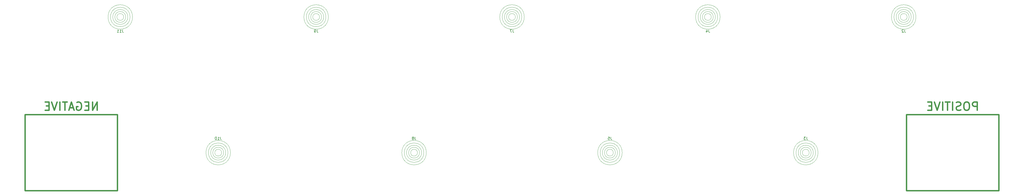
<source format=gbr>
%TF.GenerationSoftware,KiCad,Pcbnew,(5.1.6)-1*%
%TF.CreationDate,2021-09-29T15:37:12-07:00*%
%TF.ProjectId,NiCd Battery Shield - VP400KH,4e694364-2042-4617-9474-657279205368,1*%
%TF.SameCoordinates,Original*%
%TF.FileFunction,Legend,Bot*%
%TF.FilePolarity,Positive*%
%FSLAX46Y46*%
G04 Gerber Fmt 4.6, Leading zero omitted, Abs format (unit mm)*
G04 Created by KiCad (PCBNEW (5.1.6)-1) date 2021-09-29 15:37:12*
%MOMM*%
%LPD*%
G01*
G04 APERTURE LIST*
%ADD10C,0.500000*%
%ADD11C,0.120000*%
%ADD12C,0.150000*%
G04 APERTURE END LIST*
D10*
X391000000Y-169357142D02*
X391000000Y-166357142D01*
X389857142Y-166357142D01*
X389571428Y-166500000D01*
X389428571Y-166642857D01*
X389285714Y-166928571D01*
X389285714Y-167357142D01*
X389428571Y-167642857D01*
X389571428Y-167785714D01*
X389857142Y-167928571D01*
X391000000Y-167928571D01*
X387428571Y-166357142D02*
X386857142Y-166357142D01*
X386571428Y-166500000D01*
X386285714Y-166785714D01*
X386142857Y-167357142D01*
X386142857Y-168357142D01*
X386285714Y-168928571D01*
X386571428Y-169214285D01*
X386857142Y-169357142D01*
X387428571Y-169357142D01*
X387714285Y-169214285D01*
X388000000Y-168928571D01*
X388142857Y-168357142D01*
X388142857Y-167357142D01*
X388000000Y-166785714D01*
X387714285Y-166500000D01*
X387428571Y-166357142D01*
X385000000Y-169214285D02*
X384571428Y-169357142D01*
X383857142Y-169357142D01*
X383571428Y-169214285D01*
X383428571Y-169071428D01*
X383285714Y-168785714D01*
X383285714Y-168500000D01*
X383428571Y-168214285D01*
X383571428Y-168071428D01*
X383857142Y-167928571D01*
X384428571Y-167785714D01*
X384714285Y-167642857D01*
X384857142Y-167500000D01*
X385000000Y-167214285D01*
X385000000Y-166928571D01*
X384857142Y-166642857D01*
X384714285Y-166500000D01*
X384428571Y-166357142D01*
X383714285Y-166357142D01*
X383285714Y-166500000D01*
X382000000Y-169357142D02*
X382000000Y-166357142D01*
X381000000Y-166357142D02*
X379285714Y-166357142D01*
X380142857Y-169357142D02*
X380142857Y-166357142D01*
X378285714Y-169357142D02*
X378285714Y-166357142D01*
X377285714Y-166357142D02*
X376285714Y-169357142D01*
X375285714Y-166357142D01*
X374285714Y-167785714D02*
X373285714Y-167785714D01*
X372857142Y-169357142D02*
X374285714Y-169357142D01*
X374285714Y-166357142D01*
X372857142Y-166357142D01*
X365000000Y-199000000D02*
X399000000Y-199000000D01*
X365000000Y-171000000D02*
X365000000Y-199000000D01*
X399000000Y-199000000D02*
X399000000Y-171000000D01*
X399000000Y-171000000D02*
X365000000Y-171000000D01*
X75000000Y-199000000D02*
X75000000Y-171000000D01*
X75000000Y-171000000D02*
X41000000Y-171000000D01*
X41000000Y-199000000D02*
X75000000Y-199000000D01*
X41000000Y-171000000D02*
X41000000Y-199000000D01*
X67500000Y-169357142D02*
X67500000Y-166357142D01*
X65785714Y-169357142D01*
X65785714Y-166357142D01*
X64357142Y-167785714D02*
X63357142Y-167785714D01*
X62928571Y-169357142D02*
X64357142Y-169357142D01*
X64357142Y-166357142D01*
X62928571Y-166357142D01*
X60071428Y-166500000D02*
X60357142Y-166357142D01*
X60785714Y-166357142D01*
X61214285Y-166500000D01*
X61500000Y-166785714D01*
X61642857Y-167071428D01*
X61785714Y-167642857D01*
X61785714Y-168071428D01*
X61642857Y-168642857D01*
X61500000Y-168928571D01*
X61214285Y-169214285D01*
X60785714Y-169357142D01*
X60500000Y-169357142D01*
X60071428Y-169214285D01*
X59928571Y-169071428D01*
X59928571Y-168071428D01*
X60500000Y-168071428D01*
X58785714Y-168500000D02*
X57357142Y-168500000D01*
X59071428Y-169357142D02*
X58071428Y-166357142D01*
X57071428Y-169357142D01*
X56500000Y-166357142D02*
X54785714Y-166357142D01*
X55642857Y-169357142D02*
X55642857Y-166357142D01*
X53785714Y-169357142D02*
X53785714Y-166357142D01*
X52785714Y-166357142D02*
X51785714Y-169357142D01*
X50785714Y-166357142D01*
X49785714Y-167785714D02*
X48785714Y-167785714D01*
X48357142Y-169357142D02*
X49785714Y-169357142D01*
X49785714Y-166357142D01*
X48357142Y-166357142D01*
D11*
%TO.C,J7*%
X221250000Y-135000000D02*
G75*
G03*
X221250000Y-135000000I-1250000J0D01*
G01*
X222000000Y-135000000D02*
G75*
G03*
X222000000Y-135000000I-2000000J0D01*
G01*
X222750000Y-135000000D02*
G75*
G03*
X222750000Y-135000000I-2750000J0D01*
G01*
X223579455Y-135000000D02*
G75*
G03*
X223579455Y-135000000I-3579455J0D01*
G01*
X224500000Y-135000000D02*
G75*
G03*
X224500000Y-135000000I-4500000J0D01*
G01*
%TO.C,J11*%
X77250000Y-135000000D02*
G75*
G03*
X77250000Y-135000000I-1250000J0D01*
G01*
X78000000Y-135000000D02*
G75*
G03*
X78000000Y-135000000I-2000000J0D01*
G01*
X78750000Y-135000000D02*
G75*
G03*
X78750000Y-135000000I-2750000J0D01*
G01*
X79579455Y-135000000D02*
G75*
G03*
X79579455Y-135000000I-3579455J0D01*
G01*
X80500000Y-135000000D02*
G75*
G03*
X80500000Y-135000000I-4500000J0D01*
G01*
%TO.C,J10*%
X113250000Y-185000000D02*
G75*
G03*
X113250000Y-185000000I-1250000J0D01*
G01*
X114000000Y-185000000D02*
G75*
G03*
X114000000Y-185000000I-2000000J0D01*
G01*
X114750000Y-185000000D02*
G75*
G03*
X114750000Y-185000000I-2750000J0D01*
G01*
X115579455Y-185000000D02*
G75*
G03*
X115579455Y-185000000I-3579455J0D01*
G01*
X116500000Y-185000000D02*
G75*
G03*
X116500000Y-185000000I-4500000J0D01*
G01*
%TO.C,J9*%
X149250000Y-135000000D02*
G75*
G03*
X149250000Y-135000000I-1250000J0D01*
G01*
X150000000Y-135000000D02*
G75*
G03*
X150000000Y-135000000I-2000000J0D01*
G01*
X150750000Y-135000000D02*
G75*
G03*
X150750000Y-135000000I-2750000J0D01*
G01*
X151579455Y-135000000D02*
G75*
G03*
X151579455Y-135000000I-3579455J0D01*
G01*
X152500000Y-135000000D02*
G75*
G03*
X152500000Y-135000000I-4500000J0D01*
G01*
%TO.C,J8*%
X185250000Y-185000000D02*
G75*
G03*
X185250000Y-185000000I-1250000J0D01*
G01*
X186000000Y-185000000D02*
G75*
G03*
X186000000Y-185000000I-2000000J0D01*
G01*
X186750000Y-185000000D02*
G75*
G03*
X186750000Y-185000000I-2750000J0D01*
G01*
X187579455Y-185000000D02*
G75*
G03*
X187579455Y-185000000I-3579455J0D01*
G01*
X188500000Y-185000000D02*
G75*
G03*
X188500000Y-185000000I-4500000J0D01*
G01*
%TO.C,J5*%
X257250000Y-185000000D02*
G75*
G03*
X257250000Y-185000000I-1250000J0D01*
G01*
X258000000Y-185000000D02*
G75*
G03*
X258000000Y-185000000I-2000000J0D01*
G01*
X258750000Y-185000000D02*
G75*
G03*
X258750000Y-185000000I-2750000J0D01*
G01*
X259579455Y-185000000D02*
G75*
G03*
X259579455Y-185000000I-3579455J0D01*
G01*
X260500000Y-185000000D02*
G75*
G03*
X260500000Y-185000000I-4500000J0D01*
G01*
%TO.C,J4*%
X293250000Y-135000000D02*
G75*
G03*
X293250000Y-135000000I-1250000J0D01*
G01*
X294000000Y-135000000D02*
G75*
G03*
X294000000Y-135000000I-2000000J0D01*
G01*
X294750000Y-135000000D02*
G75*
G03*
X294750000Y-135000000I-2750000J0D01*
G01*
X295579455Y-135000000D02*
G75*
G03*
X295579455Y-135000000I-3579455J0D01*
G01*
X296500000Y-135000000D02*
G75*
G03*
X296500000Y-135000000I-4500000J0D01*
G01*
%TO.C,J3*%
X329250000Y-185000000D02*
G75*
G03*
X329250000Y-185000000I-1250000J0D01*
G01*
X330000000Y-185000000D02*
G75*
G03*
X330000000Y-185000000I-2000000J0D01*
G01*
X330750000Y-185000000D02*
G75*
G03*
X330750000Y-185000000I-2750000J0D01*
G01*
X331579455Y-185000000D02*
G75*
G03*
X331579455Y-185000000I-3579455J0D01*
G01*
X332500000Y-185000000D02*
G75*
G03*
X332500000Y-185000000I-4500000J0D01*
G01*
%TO.C,J2*%
X365250000Y-135000000D02*
G75*
G03*
X365250000Y-135000000I-1250000J0D01*
G01*
X366000000Y-135000000D02*
G75*
G03*
X366000000Y-135000000I-2000000J0D01*
G01*
X366750000Y-135000000D02*
G75*
G03*
X366750000Y-135000000I-2750000J0D01*
G01*
X367579455Y-135000000D02*
G75*
G03*
X367579455Y-135000000I-3579455J0D01*
G01*
X368500000Y-135000000D02*
G75*
G03*
X368500000Y-135000000I-4500000J0D01*
G01*
%TO.C,J7*%
D12*
X220333333Y-139702380D02*
X220333333Y-140416666D01*
X220380952Y-140559523D01*
X220476190Y-140654761D01*
X220619047Y-140702380D01*
X220714285Y-140702380D01*
X219952380Y-139702380D02*
X219285714Y-139702380D01*
X219714285Y-140702380D01*
%TO.C,J11*%
X76809523Y-139702380D02*
X76809523Y-140416666D01*
X76857142Y-140559523D01*
X76952380Y-140654761D01*
X77095238Y-140702380D01*
X77190476Y-140702380D01*
X75809523Y-140702380D02*
X76380952Y-140702380D01*
X76095238Y-140702380D02*
X76095238Y-139702380D01*
X76190476Y-139845238D01*
X76285714Y-139940476D01*
X76380952Y-139988095D01*
X74857142Y-140702380D02*
X75428571Y-140702380D01*
X75142857Y-140702380D02*
X75142857Y-139702380D01*
X75238095Y-139845238D01*
X75333333Y-139940476D01*
X75428571Y-139988095D01*
%TO.C,J10*%
X112809523Y-179202380D02*
X112809523Y-179916666D01*
X112857142Y-180059523D01*
X112952380Y-180154761D01*
X113095238Y-180202380D01*
X113190476Y-180202380D01*
X111809523Y-180202380D02*
X112380952Y-180202380D01*
X112095238Y-180202380D02*
X112095238Y-179202380D01*
X112190476Y-179345238D01*
X112285714Y-179440476D01*
X112380952Y-179488095D01*
X111190476Y-179202380D02*
X111095238Y-179202380D01*
X111000000Y-179250000D01*
X110952380Y-179297619D01*
X110904761Y-179392857D01*
X110857142Y-179583333D01*
X110857142Y-179821428D01*
X110904761Y-180011904D01*
X110952380Y-180107142D01*
X111000000Y-180154761D01*
X111095238Y-180202380D01*
X111190476Y-180202380D01*
X111285714Y-180154761D01*
X111333333Y-180107142D01*
X111380952Y-180011904D01*
X111428571Y-179821428D01*
X111428571Y-179583333D01*
X111380952Y-179392857D01*
X111333333Y-179297619D01*
X111285714Y-179250000D01*
X111190476Y-179202380D01*
%TO.C,J9*%
X148333333Y-139702380D02*
X148333333Y-140416666D01*
X148380952Y-140559523D01*
X148476190Y-140654761D01*
X148619047Y-140702380D01*
X148714285Y-140702380D01*
X147809523Y-140702380D02*
X147619047Y-140702380D01*
X147523809Y-140654761D01*
X147476190Y-140607142D01*
X147380952Y-140464285D01*
X147333333Y-140273809D01*
X147333333Y-139892857D01*
X147380952Y-139797619D01*
X147428571Y-139750000D01*
X147523809Y-139702380D01*
X147714285Y-139702380D01*
X147809523Y-139750000D01*
X147857142Y-139797619D01*
X147904761Y-139892857D01*
X147904761Y-140130952D01*
X147857142Y-140226190D01*
X147809523Y-140273809D01*
X147714285Y-140321428D01*
X147523809Y-140321428D01*
X147428571Y-140273809D01*
X147380952Y-140226190D01*
X147333333Y-140130952D01*
%TO.C,J8*%
X184333333Y-179202380D02*
X184333333Y-179916666D01*
X184380952Y-180059523D01*
X184476190Y-180154761D01*
X184619047Y-180202380D01*
X184714285Y-180202380D01*
X183714285Y-179630952D02*
X183809523Y-179583333D01*
X183857142Y-179535714D01*
X183904761Y-179440476D01*
X183904761Y-179392857D01*
X183857142Y-179297619D01*
X183809523Y-179250000D01*
X183714285Y-179202380D01*
X183523809Y-179202380D01*
X183428571Y-179250000D01*
X183380952Y-179297619D01*
X183333333Y-179392857D01*
X183333333Y-179440476D01*
X183380952Y-179535714D01*
X183428571Y-179583333D01*
X183523809Y-179630952D01*
X183714285Y-179630952D01*
X183809523Y-179678571D01*
X183857142Y-179726190D01*
X183904761Y-179821428D01*
X183904761Y-180011904D01*
X183857142Y-180107142D01*
X183809523Y-180154761D01*
X183714285Y-180202380D01*
X183523809Y-180202380D01*
X183428571Y-180154761D01*
X183380952Y-180107142D01*
X183333333Y-180011904D01*
X183333333Y-179821428D01*
X183380952Y-179726190D01*
X183428571Y-179678571D01*
X183523809Y-179630952D01*
%TO.C,J5*%
X256333333Y-179202380D02*
X256333333Y-179916666D01*
X256380952Y-180059523D01*
X256476190Y-180154761D01*
X256619047Y-180202380D01*
X256714285Y-180202380D01*
X255380952Y-179202380D02*
X255857142Y-179202380D01*
X255904761Y-179678571D01*
X255857142Y-179630952D01*
X255761904Y-179583333D01*
X255523809Y-179583333D01*
X255428571Y-179630952D01*
X255380952Y-179678571D01*
X255333333Y-179773809D01*
X255333333Y-180011904D01*
X255380952Y-180107142D01*
X255428571Y-180154761D01*
X255523809Y-180202380D01*
X255761904Y-180202380D01*
X255857142Y-180154761D01*
X255904761Y-180107142D01*
%TO.C,J4*%
X292333333Y-139702380D02*
X292333333Y-140416666D01*
X292380952Y-140559523D01*
X292476190Y-140654761D01*
X292619047Y-140702380D01*
X292714285Y-140702380D01*
X291428571Y-140035714D02*
X291428571Y-140702380D01*
X291666666Y-139654761D02*
X291904761Y-140369047D01*
X291285714Y-140369047D01*
%TO.C,J3*%
X328333333Y-179202380D02*
X328333333Y-179916666D01*
X328380952Y-180059523D01*
X328476190Y-180154761D01*
X328619047Y-180202380D01*
X328714285Y-180202380D01*
X327952380Y-179202380D02*
X327333333Y-179202380D01*
X327666666Y-179583333D01*
X327523809Y-179583333D01*
X327428571Y-179630952D01*
X327380952Y-179678571D01*
X327333333Y-179773809D01*
X327333333Y-180011904D01*
X327380952Y-180107142D01*
X327428571Y-180154761D01*
X327523809Y-180202380D01*
X327809523Y-180202380D01*
X327904761Y-180154761D01*
X327952380Y-180107142D01*
%TO.C,J2*%
X364333333Y-139702380D02*
X364333333Y-140416666D01*
X364380952Y-140559523D01*
X364476190Y-140654761D01*
X364619047Y-140702380D01*
X364714285Y-140702380D01*
X363904761Y-139797619D02*
X363857142Y-139750000D01*
X363761904Y-139702380D01*
X363523809Y-139702380D01*
X363428571Y-139750000D01*
X363380952Y-139797619D01*
X363333333Y-139892857D01*
X363333333Y-139988095D01*
X363380952Y-140130952D01*
X363952380Y-140702380D01*
X363333333Y-140702380D01*
%TD*%
M02*

</source>
